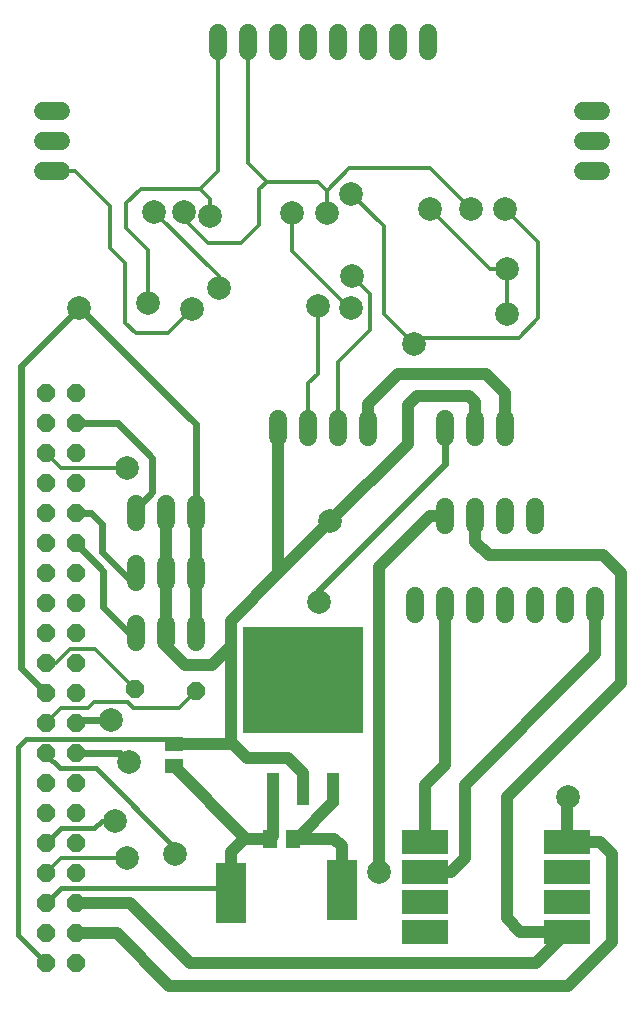
<source format=gbr>
G04 EAGLE Gerber RS-274X export*
G75*
%MOMM*%
%FSLAX34Y34*%
%LPD*%
%INTop Copper*%
%IPPOS*%
%AMOC8*
5,1,8,0,0,1.08239X$1,22.5*%
G01*
%ADD10R,1.300000X1.500000*%
%ADD11R,1.500000X1.300000*%
%ADD12R,2.540000X5.080000*%
%ADD13P,1.649562X8X112.500000*%
%ADD14R,4.000000X2.000000*%
%ADD15C,1.524000*%
%ADD16R,1.016000X2.692400*%
%ADD17R,10.160000X8.940800*%
%ADD18P,1.649562X8X22.500000*%
%ADD19C,1.016000*%
%ADD20C,0.406400*%
%ADD21C,2.000759*%
%ADD22C,0.355600*%
%ADD23C,0.609600*%


D10*
X230530Y146050D03*
X249530Y146050D03*
D11*
X148590Y207670D03*
X148590Y226670D03*
D12*
X196850Y100330D03*
D13*
X66040Y40640D03*
X40640Y40640D03*
X66040Y66040D03*
X40640Y66040D03*
X66040Y91440D03*
X40640Y91440D03*
X66040Y116840D03*
X40640Y116840D03*
X66040Y142240D03*
X40640Y142240D03*
X66040Y167640D03*
X40640Y167640D03*
X66040Y193040D03*
X40640Y193040D03*
X66040Y218440D03*
X40640Y218440D03*
X66040Y243840D03*
X40640Y243840D03*
X66040Y269240D03*
X40640Y269240D03*
X66040Y294640D03*
X40640Y294640D03*
X66040Y320040D03*
X40640Y320040D03*
X66040Y345440D03*
X40640Y345440D03*
X66040Y370840D03*
X40640Y370840D03*
X66040Y396240D03*
X40640Y396240D03*
X66040Y421640D03*
X40640Y421640D03*
X66040Y447040D03*
X40640Y447040D03*
X66040Y472440D03*
X40640Y472440D03*
X66040Y497840D03*
X40640Y497840D03*
X66040Y523240D03*
X40640Y523240D03*
D12*
X290830Y102870D03*
D14*
X361640Y143510D03*
X361640Y118110D03*
X361640Y92710D03*
X361640Y67310D03*
X481640Y67310D03*
X481640Y92710D03*
X481640Y118110D03*
X481640Y143510D03*
D15*
X363982Y812800D02*
X363982Y828040D01*
X338582Y828040D02*
X338582Y812800D01*
X313182Y812800D02*
X313182Y828040D01*
X287782Y828040D02*
X287782Y812800D01*
X262382Y812800D02*
X262382Y828040D01*
X236982Y828040D02*
X236982Y812800D01*
X211582Y812800D02*
X211582Y828040D01*
X186182Y828040D02*
X186182Y812800D01*
X236982Y501650D02*
X236982Y486410D01*
X262382Y486410D02*
X262382Y501650D01*
X287782Y501650D02*
X287782Y486410D01*
X313182Y486410D02*
X313182Y501650D01*
X53340Y762000D02*
X38100Y762000D01*
X38100Y736600D02*
X53340Y736600D01*
X53340Y711200D02*
X38100Y711200D01*
X495300Y711200D02*
X510540Y711200D01*
X510540Y736600D02*
X495300Y736600D01*
X495300Y762000D02*
X510540Y762000D01*
X378460Y501650D02*
X378460Y486410D01*
X403860Y486410D02*
X403860Y501650D01*
X429260Y501650D02*
X429260Y486410D01*
X378460Y426720D02*
X378460Y411480D01*
X403860Y411480D02*
X403860Y426720D01*
X429260Y426720D02*
X429260Y411480D01*
X454660Y411480D02*
X454660Y426720D01*
D16*
X232918Y188214D03*
X258318Y188214D03*
X283718Y188214D03*
D17*
X258318Y280162D03*
D15*
X116840Y312420D02*
X116840Y327660D01*
X142240Y327660D02*
X142240Y312420D01*
X167640Y312420D02*
X167640Y327660D01*
X116840Y363220D02*
X116840Y378460D01*
X142240Y378460D02*
X142240Y363220D01*
X167640Y363220D02*
X167640Y378460D01*
X116332Y414020D02*
X116332Y429260D01*
X141732Y429260D02*
X141732Y414020D01*
X167132Y414020D02*
X167132Y429260D01*
D18*
X115570Y273050D03*
X167894Y271526D03*
D15*
X505460Y336550D02*
X505460Y351790D01*
X480060Y351790D02*
X480060Y336550D01*
X454660Y336550D02*
X454660Y351790D01*
X429260Y351790D02*
X429260Y336550D01*
X403860Y336550D02*
X403860Y351790D01*
X378460Y351790D02*
X378460Y336550D01*
X353060Y336550D02*
X353060Y351790D01*
D19*
X236982Y370840D02*
X236982Y494030D01*
D20*
X16510Y64770D02*
X40640Y40640D01*
X16510Y223520D02*
X23876Y230886D01*
X16510Y223520D02*
X16510Y64770D01*
D19*
X403860Y494030D02*
X403860Y515620D01*
X398780Y520700D01*
X354330Y520700D01*
X346710Y513080D01*
X346710Y480568D01*
X281051Y414909D01*
X236982Y370840D01*
X196850Y330708D01*
D20*
X144374Y230886D02*
X23876Y230886D01*
X144374Y230886D02*
X148590Y226670D01*
D19*
X258318Y202184D02*
X258318Y188214D01*
X258318Y202184D02*
X245618Y214884D01*
X199034Y226670D02*
X148590Y226670D01*
X210820Y214884D02*
X245618Y214884D01*
X210820Y214884D02*
X199034Y226670D01*
X196850Y309372D02*
X196850Y330708D01*
X196850Y309372D02*
X196850Y228854D01*
X199034Y226670D01*
X142240Y320040D02*
X142240Y370840D01*
X142240Y395732D01*
X141732Y421640D01*
X142240Y320040D02*
X142240Y309372D01*
X158242Y293370D01*
X180848Y293370D01*
X196850Y309372D01*
D21*
X281051Y414909D03*
X149860Y133350D03*
D20*
X40640Y217170D02*
X40640Y218440D01*
X40640Y217170D02*
X52070Y205740D01*
X82550Y205740D01*
X149860Y138430D02*
X149860Y133350D01*
X149860Y138430D02*
X82550Y205740D01*
D21*
X132080Y676910D03*
D22*
X186690Y622300D01*
X186690Y612140D01*
D21*
X186690Y612140D03*
D19*
X313182Y514350D02*
X338582Y539750D01*
X313182Y514350D02*
X313182Y494030D01*
X338582Y539750D02*
X412750Y539750D01*
X429260Y523240D01*
X429260Y494030D01*
X383540Y118110D02*
X361640Y118110D01*
X383540Y118110D02*
X394970Y129540D01*
X394970Y191770D01*
X495300Y292100D01*
X505460Y302260D01*
D23*
X40640Y269240D02*
X19304Y290576D01*
D21*
X68580Y595630D03*
D19*
X167640Y370840D02*
X167640Y320040D01*
X167640Y370840D02*
X167640Y395732D01*
X167132Y421640D01*
D23*
X19304Y546354D02*
X68580Y595630D01*
X19304Y546354D02*
X19304Y290576D01*
X167132Y497078D02*
X68580Y595630D01*
X167132Y497078D02*
X167132Y421640D01*
D19*
X505460Y344170D02*
X505460Y302260D01*
D21*
X400050Y679450D03*
X278130Y675640D03*
D22*
X278130Y694690D01*
X297180Y713740D01*
X365760Y713740D01*
X400050Y679450D01*
D21*
X156933Y676910D03*
D22*
X156933Y671107D01*
X177800Y650240D02*
X205740Y650240D01*
X220980Y665480D01*
X220980Y695960D01*
X227330Y702310D01*
X270510Y702310D02*
X278130Y694690D01*
X177800Y650240D02*
X156933Y671107D01*
X227330Y702310D02*
X270510Y702310D01*
X227330Y702310D02*
X211582Y718058D01*
X211582Y820420D01*
D21*
X429260Y679450D03*
D22*
X457200Y651510D02*
X457200Y586740D01*
X440690Y570230D01*
X356870Y570230D02*
X351790Y565150D01*
D21*
X351790Y565150D03*
D22*
X457200Y651510D02*
X429260Y679450D01*
X440690Y570230D02*
X356870Y570230D01*
D21*
X299114Y692150D03*
D22*
X326390Y590550D02*
X351790Y565150D01*
X326390Y664874D02*
X299114Y692150D01*
X326390Y664874D02*
X326390Y590550D01*
D21*
X127000Y599440D03*
X179734Y673100D03*
D22*
X108614Y663253D02*
X108614Y684218D01*
X120963Y696566D01*
X171138Y696566D01*
X127000Y644867D02*
X108614Y663253D01*
X179734Y673100D02*
X179734Y687969D01*
X171138Y696566D01*
X127000Y644867D02*
X127000Y599440D01*
X186182Y711610D02*
X186182Y820420D01*
X186182Y711610D02*
X171138Y696566D01*
D21*
X248920Y675640D03*
X298450Y595630D03*
D22*
X297180Y595630D01*
X248920Y643890D01*
X248920Y675640D01*
D21*
X430530Y628650D03*
X365760Y679450D03*
D22*
X416560Y628650D02*
X430530Y628650D01*
X416560Y628650D02*
X365760Y679450D01*
D21*
X430530Y590550D03*
D22*
X430530Y628650D01*
D21*
X299720Y622300D03*
D22*
X314960Y607060D01*
X314960Y576580D01*
X287782Y549402D01*
X287782Y494030D01*
D21*
X270510Y596900D03*
D22*
X270510Y539750D01*
X262382Y531622D02*
X262382Y494030D01*
X262382Y531622D02*
X270510Y539750D01*
D20*
X53340Y104140D02*
X40640Y91440D01*
D19*
X208280Y146050D02*
X230530Y146050D01*
X208280Y146050D02*
X196850Y134620D01*
X196850Y100330D01*
D20*
X193040Y104140D02*
X53340Y104140D01*
X193040Y104140D02*
X196850Y100330D01*
D19*
X232918Y148438D02*
X232918Y188214D01*
X232918Y148438D02*
X230530Y146050D01*
X208280Y147980D02*
X148590Y207670D01*
X208280Y147980D02*
X208280Y146050D01*
X454970Y40640D02*
X481640Y67310D01*
X162560Y40640D02*
X111760Y91440D01*
X66040Y91440D01*
X162560Y40640D02*
X454970Y40640D01*
X403860Y397510D02*
X403860Y419100D01*
X403860Y397510D02*
X415290Y386080D01*
X511810Y386080D01*
X527050Y370840D01*
X527050Y278130D01*
X430530Y181610D02*
X430530Y78740D01*
X441960Y67310D01*
X481640Y67310D01*
X430530Y181610D02*
X527050Y278130D01*
X509270Y143510D02*
X481640Y143510D01*
X509270Y143510D02*
X519430Y133350D01*
X519430Y58420D01*
X482600Y21590D01*
X144780Y21590D01*
X100330Y66040D01*
X66040Y66040D01*
X365760Y419100D02*
X378460Y419100D01*
X365760Y419100D02*
X322580Y375920D01*
X322580Y118110D01*
D21*
X322580Y118110D03*
X482600Y181610D03*
D19*
X481640Y180650D01*
X481640Y143510D01*
D21*
X99060Y161290D03*
D20*
X87630Y161290D01*
X81280Y154940D01*
X53340Y154940D02*
X40640Y142240D01*
X53340Y154940D02*
X81280Y154940D01*
D19*
X249530Y146050D02*
X284480Y146050D01*
X290830Y139700D01*
X290830Y102870D01*
X283718Y177190D02*
X283718Y188214D01*
X283718Y177190D02*
X252578Y146050D01*
X249530Y146050D01*
X361640Y143510D02*
X361640Y191770D01*
D23*
X68834Y246634D02*
X66040Y243840D01*
X68834Y246634D02*
X95250Y246634D01*
D21*
X95250Y246634D03*
D19*
X378460Y208590D02*
X378460Y344170D01*
X378460Y208590D02*
X361640Y191770D01*
D23*
X102870Y218440D02*
X66040Y218440D01*
X102870Y218440D02*
X110490Y210820D01*
D21*
X110490Y210820D03*
X271780Y346710D03*
D23*
X271780Y356870D01*
X378460Y463550D01*
X378460Y494030D01*
D21*
X163830Y594360D03*
D22*
X143510Y574040D01*
X116840Y574040D01*
X107696Y583184D01*
X107696Y633476D01*
X94488Y646684D01*
X94488Y681990D01*
X65278Y711200D01*
X45720Y711200D01*
D23*
X116332Y425450D02*
X116332Y421640D01*
X116332Y425450D02*
X130556Y439674D01*
X130556Y468630D01*
X101346Y497840D02*
X66040Y497840D01*
X101346Y497840D02*
X130556Y468630D01*
X78486Y421640D02*
X66040Y421640D01*
X78486Y421640D02*
X87884Y412242D01*
X87884Y389128D01*
X116840Y370840D02*
X116840Y360172D01*
X87884Y389128D01*
X89154Y373126D02*
X66040Y396240D01*
X116840Y320040D02*
X116840Y314452D01*
X89154Y342138D02*
X89154Y373126D01*
X89154Y342138D02*
X116840Y314452D01*
D22*
X48798Y294640D02*
X40640Y294640D01*
X48798Y294640D02*
X60990Y306832D01*
X81788Y306832D01*
X115570Y273050D01*
X53340Y256540D02*
X40640Y243840D01*
X53340Y256540D02*
X76200Y256540D01*
X81280Y261620D01*
X109758Y261620D02*
X114330Y257048D01*
X153416Y257048D01*
X109758Y261620D02*
X81280Y261620D01*
X153416Y257048D02*
X167894Y271526D01*
D21*
X109220Y459740D03*
D22*
X53340Y459740D01*
X40640Y472440D01*
D21*
X109220Y129540D03*
D22*
X53340Y129540D01*
X40640Y116840D01*
M02*

</source>
